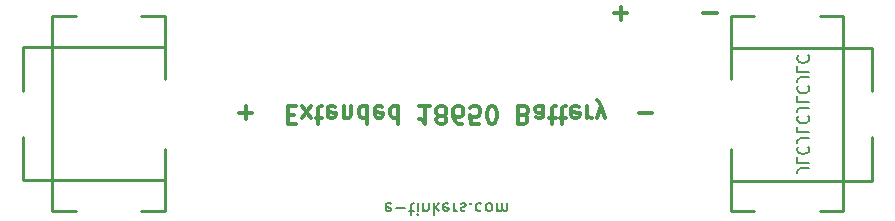
<source format=gbr>
%TF.GenerationSoftware,KiCad,Pcbnew,(6.0.11-0)*%
%TF.CreationDate,2024-11-14T16:08:27+08:00*%
%TF.ProjectId,Li-Po_charger,4c692d50-6f5f-4636-9861-726765722e6b,V1.0*%
%TF.SameCoordinates,Original*%
%TF.FileFunction,Legend,Bot*%
%TF.FilePolarity,Positive*%
%FSLAX46Y46*%
G04 Gerber Fmt 4.6, Leading zero omitted, Abs format (unit mm)*
G04 Created by KiCad (PCBNEW (6.0.11-0)) date 2024-11-14 16:08:27*
%MOMM*%
%LPD*%
G01*
G04 APERTURE LIST*
%ADD10C,0.150000*%
%ADD11C,0.300000*%
%ADD12C,0.250000*%
G04 APERTURE END LIST*
D10*
X112261904Y-80595238D02*
X112166666Y-80547619D01*
X111976190Y-80547619D01*
X111880952Y-80595238D01*
X111833333Y-80690476D01*
X111833333Y-81071428D01*
X111880952Y-81166666D01*
X111976190Y-81214285D01*
X112166666Y-81214285D01*
X112261904Y-81166666D01*
X112309523Y-81071428D01*
X112309523Y-80976190D01*
X111833333Y-80880952D01*
X112738095Y-80928571D02*
X113500000Y-80928571D01*
X113833333Y-81214285D02*
X114214285Y-81214285D01*
X113976190Y-81547619D02*
X113976190Y-80690476D01*
X114023809Y-80595238D01*
X114119047Y-80547619D01*
X114214285Y-80547619D01*
X114547619Y-80547619D02*
X114547619Y-81214285D01*
X114547619Y-81547619D02*
X114500000Y-81500000D01*
X114547619Y-81452380D01*
X114595238Y-81500000D01*
X114547619Y-81547619D01*
X114547619Y-81452380D01*
X115023809Y-81214285D02*
X115023809Y-80547619D01*
X115023809Y-81119047D02*
X115071428Y-81166666D01*
X115166666Y-81214285D01*
X115309523Y-81214285D01*
X115404761Y-81166666D01*
X115452380Y-81071428D01*
X115452380Y-80547619D01*
X115928571Y-80547619D02*
X115928571Y-81547619D01*
X116023809Y-80928571D02*
X116309523Y-80547619D01*
X116309523Y-81214285D02*
X115928571Y-80833333D01*
X117119047Y-80595238D02*
X117023809Y-80547619D01*
X116833333Y-80547619D01*
X116738095Y-80595238D01*
X116690476Y-80690476D01*
X116690476Y-81071428D01*
X116738095Y-81166666D01*
X116833333Y-81214285D01*
X117023809Y-81214285D01*
X117119047Y-81166666D01*
X117166666Y-81071428D01*
X117166666Y-80976190D01*
X116690476Y-80880952D01*
X117595238Y-80547619D02*
X117595238Y-81214285D01*
X117595238Y-81023809D02*
X117642857Y-81119047D01*
X117690476Y-81166666D01*
X117785714Y-81214285D01*
X117880952Y-81214285D01*
X118166666Y-80595238D02*
X118261904Y-80547619D01*
X118452380Y-80547619D01*
X118547619Y-80595238D01*
X118595238Y-80690476D01*
X118595238Y-80738095D01*
X118547619Y-80833333D01*
X118452380Y-80880952D01*
X118309523Y-80880952D01*
X118214285Y-80928571D01*
X118166666Y-81023809D01*
X118166666Y-81071428D01*
X118214285Y-81166666D01*
X118309523Y-81214285D01*
X118452380Y-81214285D01*
X118547619Y-81166666D01*
X119023809Y-80642857D02*
X119071428Y-80595238D01*
X119023809Y-80547619D01*
X118976190Y-80595238D01*
X119023809Y-80642857D01*
X119023809Y-80547619D01*
X119928571Y-80595238D02*
X119833333Y-80547619D01*
X119642857Y-80547619D01*
X119547619Y-80595238D01*
X119500000Y-80642857D01*
X119452380Y-80738095D01*
X119452380Y-81023809D01*
X119500000Y-81119047D01*
X119547619Y-81166666D01*
X119642857Y-81214285D01*
X119833333Y-81214285D01*
X119928571Y-81166666D01*
X120500000Y-80547619D02*
X120404761Y-80595238D01*
X120357142Y-80642857D01*
X120309523Y-80738095D01*
X120309523Y-81023809D01*
X120357142Y-81119047D01*
X120404761Y-81166666D01*
X120500000Y-81214285D01*
X120642857Y-81214285D01*
X120738095Y-81166666D01*
X120785714Y-81119047D01*
X120833333Y-81023809D01*
X120833333Y-80738095D01*
X120785714Y-80642857D01*
X120738095Y-80595238D01*
X120642857Y-80547619D01*
X120500000Y-80547619D01*
X121261904Y-80547619D02*
X121261904Y-81214285D01*
X121261904Y-81119047D02*
X121309523Y-81166666D01*
X121404761Y-81214285D01*
X121547619Y-81214285D01*
X121642857Y-81166666D01*
X121690476Y-81071428D01*
X121690476Y-80547619D01*
X121690476Y-81071428D02*
X121738095Y-81166666D01*
X121833333Y-81214285D01*
X121976190Y-81214285D01*
X122071428Y-81166666D01*
X122119047Y-81071428D01*
X122119047Y-80547619D01*
X147672619Y-77619047D02*
X146958333Y-77619047D01*
X146815476Y-77666666D01*
X146720238Y-77761904D01*
X146672619Y-77904761D01*
X146672619Y-78000000D01*
X146672619Y-76666666D02*
X146672619Y-77142857D01*
X147672619Y-77142857D01*
X146767857Y-75761904D02*
X146720238Y-75809523D01*
X146672619Y-75952380D01*
X146672619Y-76047619D01*
X146720238Y-76190476D01*
X146815476Y-76285714D01*
X146910714Y-76333333D01*
X147101190Y-76380952D01*
X147244047Y-76380952D01*
X147434523Y-76333333D01*
X147529761Y-76285714D01*
X147625000Y-76190476D01*
X147672619Y-76047619D01*
X147672619Y-75952380D01*
X147625000Y-75809523D01*
X147577380Y-75761904D01*
X147672619Y-75047619D02*
X146958333Y-75047619D01*
X146815476Y-75095238D01*
X146720238Y-75190476D01*
X146672619Y-75333333D01*
X146672619Y-75428571D01*
X146672619Y-74095238D02*
X146672619Y-74571428D01*
X147672619Y-74571428D01*
X146767857Y-73190476D02*
X146720238Y-73238095D01*
X146672619Y-73380952D01*
X146672619Y-73476190D01*
X146720238Y-73619047D01*
X146815476Y-73714285D01*
X146910714Y-73761904D01*
X147101190Y-73809523D01*
X147244047Y-73809523D01*
X147434523Y-73761904D01*
X147529761Y-73714285D01*
X147625000Y-73619047D01*
X147672619Y-73476190D01*
X147672619Y-73380952D01*
X147625000Y-73238095D01*
X147577380Y-73190476D01*
X147672619Y-72476190D02*
X146958333Y-72476190D01*
X146815476Y-72523809D01*
X146720238Y-72619047D01*
X146672619Y-72761904D01*
X146672619Y-72857142D01*
X146672619Y-71523809D02*
X146672619Y-72000000D01*
X147672619Y-72000000D01*
X146767857Y-70619047D02*
X146720238Y-70666666D01*
X146672619Y-70809523D01*
X146672619Y-70904761D01*
X146720238Y-71047619D01*
X146815476Y-71142857D01*
X146910714Y-71190476D01*
X147101190Y-71238095D01*
X147244047Y-71238095D01*
X147434523Y-71190476D01*
X147529761Y-71142857D01*
X147625000Y-71047619D01*
X147672619Y-70904761D01*
X147672619Y-70809523D01*
X147625000Y-70666666D01*
X147577380Y-70619047D01*
X147672619Y-69904761D02*
X146958333Y-69904761D01*
X146815476Y-69952380D01*
X146720238Y-70047619D01*
X146672619Y-70190476D01*
X146672619Y-70285714D01*
X146672619Y-68952380D02*
X146672619Y-69428571D01*
X147672619Y-69428571D01*
X146767857Y-68047619D02*
X146720238Y-68095238D01*
X146672619Y-68238095D01*
X146672619Y-68333333D01*
X146720238Y-68476190D01*
X146815476Y-68571428D01*
X146910714Y-68619047D01*
X147101190Y-68666666D01*
X147244047Y-68666666D01*
X147434523Y-68619047D01*
X147529761Y-68571428D01*
X147625000Y-68476190D01*
X147672619Y-68333333D01*
X147672619Y-68238095D01*
X147625000Y-68095238D01*
X147577380Y-68047619D01*
D11*
X131142857Y-64492857D02*
X132285714Y-64492857D01*
X131714285Y-63921428D02*
X131714285Y-65064285D01*
X138714285Y-64492857D02*
X139857142Y-64492857D01*
X99400000Y-72892857D02*
X100542857Y-72892857D01*
X99971428Y-72321428D02*
X99971428Y-73464285D01*
X103542857Y-73107142D02*
X104042857Y-73107142D01*
X104257142Y-72321428D02*
X103542857Y-72321428D01*
X103542857Y-73821428D01*
X104257142Y-73821428D01*
X104757142Y-72321428D02*
X105542857Y-73321428D01*
X104757142Y-73321428D02*
X105542857Y-72321428D01*
X105900000Y-73321428D02*
X106471428Y-73321428D01*
X106114285Y-73821428D02*
X106114285Y-72535714D01*
X106185714Y-72392857D01*
X106328571Y-72321428D01*
X106471428Y-72321428D01*
X107542857Y-72392857D02*
X107400000Y-72321428D01*
X107114285Y-72321428D01*
X106971428Y-72392857D01*
X106900000Y-72535714D01*
X106900000Y-73107142D01*
X106971428Y-73250000D01*
X107114285Y-73321428D01*
X107400000Y-73321428D01*
X107542857Y-73250000D01*
X107614285Y-73107142D01*
X107614285Y-72964285D01*
X106900000Y-72821428D01*
X108257142Y-73321428D02*
X108257142Y-72321428D01*
X108257142Y-73178571D02*
X108328571Y-73250000D01*
X108471428Y-73321428D01*
X108685714Y-73321428D01*
X108828571Y-73250000D01*
X108900000Y-73107142D01*
X108900000Y-72321428D01*
X110257142Y-72321428D02*
X110257142Y-73821428D01*
X110257142Y-72392857D02*
X110114285Y-72321428D01*
X109828571Y-72321428D01*
X109685714Y-72392857D01*
X109614285Y-72464285D01*
X109542857Y-72607142D01*
X109542857Y-73035714D01*
X109614285Y-73178571D01*
X109685714Y-73250000D01*
X109828571Y-73321428D01*
X110114285Y-73321428D01*
X110257142Y-73250000D01*
X111542857Y-72392857D02*
X111400000Y-72321428D01*
X111114285Y-72321428D01*
X110971428Y-72392857D01*
X110900000Y-72535714D01*
X110900000Y-73107142D01*
X110971428Y-73250000D01*
X111114285Y-73321428D01*
X111400000Y-73321428D01*
X111542857Y-73250000D01*
X111614285Y-73107142D01*
X111614285Y-72964285D01*
X110900000Y-72821428D01*
X112900000Y-72321428D02*
X112900000Y-73821428D01*
X112900000Y-72392857D02*
X112757142Y-72321428D01*
X112471428Y-72321428D01*
X112328571Y-72392857D01*
X112257142Y-72464285D01*
X112185714Y-72607142D01*
X112185714Y-73035714D01*
X112257142Y-73178571D01*
X112328571Y-73250000D01*
X112471428Y-73321428D01*
X112757142Y-73321428D01*
X112900000Y-73250000D01*
X115542857Y-72321428D02*
X114685714Y-72321428D01*
X115114285Y-72321428D02*
X115114285Y-73821428D01*
X114971428Y-73607142D01*
X114828571Y-73464285D01*
X114685714Y-73392857D01*
X116400000Y-73178571D02*
X116257142Y-73250000D01*
X116185714Y-73321428D01*
X116114285Y-73464285D01*
X116114285Y-73535714D01*
X116185714Y-73678571D01*
X116257142Y-73750000D01*
X116400000Y-73821428D01*
X116685714Y-73821428D01*
X116828571Y-73750000D01*
X116900000Y-73678571D01*
X116971428Y-73535714D01*
X116971428Y-73464285D01*
X116900000Y-73321428D01*
X116828571Y-73250000D01*
X116685714Y-73178571D01*
X116400000Y-73178571D01*
X116257142Y-73107142D01*
X116185714Y-73035714D01*
X116114285Y-72892857D01*
X116114285Y-72607142D01*
X116185714Y-72464285D01*
X116257142Y-72392857D01*
X116400000Y-72321428D01*
X116685714Y-72321428D01*
X116828571Y-72392857D01*
X116900000Y-72464285D01*
X116971428Y-72607142D01*
X116971428Y-72892857D01*
X116900000Y-73035714D01*
X116828571Y-73107142D01*
X116685714Y-73178571D01*
X118257142Y-73821428D02*
X117971428Y-73821428D01*
X117828571Y-73750000D01*
X117757142Y-73678571D01*
X117614285Y-73464285D01*
X117542857Y-73178571D01*
X117542857Y-72607142D01*
X117614285Y-72464285D01*
X117685714Y-72392857D01*
X117828571Y-72321428D01*
X118114285Y-72321428D01*
X118257142Y-72392857D01*
X118328571Y-72464285D01*
X118400000Y-72607142D01*
X118400000Y-72964285D01*
X118328571Y-73107142D01*
X118257142Y-73178571D01*
X118114285Y-73250000D01*
X117828571Y-73250000D01*
X117685714Y-73178571D01*
X117614285Y-73107142D01*
X117542857Y-72964285D01*
X119757142Y-73821428D02*
X119042857Y-73821428D01*
X118971428Y-73107142D01*
X119042857Y-73178571D01*
X119185714Y-73250000D01*
X119542857Y-73250000D01*
X119685714Y-73178571D01*
X119757142Y-73107142D01*
X119828571Y-72964285D01*
X119828571Y-72607142D01*
X119757142Y-72464285D01*
X119685714Y-72392857D01*
X119542857Y-72321428D01*
X119185714Y-72321428D01*
X119042857Y-72392857D01*
X118971428Y-72464285D01*
X120757142Y-73821428D02*
X120900000Y-73821428D01*
X121042857Y-73750000D01*
X121114285Y-73678571D01*
X121185714Y-73535714D01*
X121257142Y-73250000D01*
X121257142Y-72892857D01*
X121185714Y-72607142D01*
X121114285Y-72464285D01*
X121042857Y-72392857D01*
X120900000Y-72321428D01*
X120757142Y-72321428D01*
X120614285Y-72392857D01*
X120542857Y-72464285D01*
X120471428Y-72607142D01*
X120400000Y-72892857D01*
X120400000Y-73250000D01*
X120471428Y-73535714D01*
X120542857Y-73678571D01*
X120614285Y-73750000D01*
X120757142Y-73821428D01*
X123542857Y-73107142D02*
X123757142Y-73035714D01*
X123828571Y-72964285D01*
X123900000Y-72821428D01*
X123900000Y-72607142D01*
X123828571Y-72464285D01*
X123757142Y-72392857D01*
X123614285Y-72321428D01*
X123042857Y-72321428D01*
X123042857Y-73821428D01*
X123542857Y-73821428D01*
X123685714Y-73750000D01*
X123757142Y-73678571D01*
X123828571Y-73535714D01*
X123828571Y-73392857D01*
X123757142Y-73250000D01*
X123685714Y-73178571D01*
X123542857Y-73107142D01*
X123042857Y-73107142D01*
X125185714Y-72321428D02*
X125185714Y-73107142D01*
X125114285Y-73250000D01*
X124971428Y-73321428D01*
X124685714Y-73321428D01*
X124542857Y-73250000D01*
X125185714Y-72392857D02*
X125042857Y-72321428D01*
X124685714Y-72321428D01*
X124542857Y-72392857D01*
X124471428Y-72535714D01*
X124471428Y-72678571D01*
X124542857Y-72821428D01*
X124685714Y-72892857D01*
X125042857Y-72892857D01*
X125185714Y-72964285D01*
X125685714Y-73321428D02*
X126257142Y-73321428D01*
X125900000Y-73821428D02*
X125900000Y-72535714D01*
X125971428Y-72392857D01*
X126114285Y-72321428D01*
X126257142Y-72321428D01*
X126542857Y-73321428D02*
X127114285Y-73321428D01*
X126757142Y-73821428D02*
X126757142Y-72535714D01*
X126828571Y-72392857D01*
X126971428Y-72321428D01*
X127114285Y-72321428D01*
X128185714Y-72392857D02*
X128042857Y-72321428D01*
X127757142Y-72321428D01*
X127614285Y-72392857D01*
X127542857Y-72535714D01*
X127542857Y-73107142D01*
X127614285Y-73250000D01*
X127757142Y-73321428D01*
X128042857Y-73321428D01*
X128185714Y-73250000D01*
X128257142Y-73107142D01*
X128257142Y-72964285D01*
X127542857Y-72821428D01*
X128900000Y-72321428D02*
X128900000Y-73321428D01*
X128900000Y-73035714D02*
X128971428Y-73178571D01*
X129042857Y-73250000D01*
X129185714Y-73321428D01*
X129328571Y-73321428D01*
X129685714Y-73321428D02*
X130042857Y-72321428D01*
X130400000Y-73321428D02*
X130042857Y-72321428D01*
X129900000Y-71964285D01*
X129828571Y-71892857D01*
X129685714Y-71821428D01*
X133257142Y-72892857D02*
X134400000Y-72892857D01*
D12*
%TO.C,J2*%
X93100000Y-70020000D02*
X93100000Y-64750000D01*
X81100000Y-67330000D02*
X81100000Y-71040000D01*
X81100000Y-78620000D02*
X83570000Y-78620000D01*
X83570000Y-78620000D02*
X83570000Y-67220000D01*
X83570000Y-78620000D02*
X83570000Y-81250000D01*
X81100000Y-74960000D02*
X81100000Y-78620000D01*
X83570000Y-67330000D02*
X93100000Y-67330000D01*
X83570000Y-67330000D02*
X81100000Y-67330000D01*
X93100000Y-81250000D02*
X93100000Y-75980000D01*
X93100000Y-81250000D02*
X91100000Y-81250000D01*
X83570000Y-78620000D02*
X93100000Y-78620000D01*
X83570000Y-64750000D02*
X83570000Y-67330000D01*
X85570000Y-64750000D02*
X83570000Y-64750000D01*
X93100000Y-64750000D02*
X91100000Y-64750000D01*
X85570000Y-81250000D02*
X83570000Y-81250000D01*
%TO.C,J5*%
X150555000Y-67380000D02*
X150555000Y-64750000D01*
X153025000Y-71040000D02*
X153025000Y-67380000D01*
X150555000Y-67380000D02*
X150555000Y-78780000D01*
X148555000Y-64750000D02*
X150555000Y-64750000D01*
X141025000Y-64750000D02*
X141025000Y-70020000D01*
X153025000Y-78670000D02*
X153025000Y-74960000D01*
X150555000Y-81250000D02*
X150555000Y-78670000D01*
X150555000Y-78670000D02*
X141025000Y-78670000D01*
X153025000Y-67380000D02*
X150555000Y-67380000D01*
X141025000Y-81250000D02*
X143025000Y-81250000D01*
X141025000Y-64750000D02*
X143025000Y-64750000D01*
X150555000Y-78670000D02*
X153025000Y-78670000D01*
X141025000Y-75980000D02*
X141025000Y-81250000D01*
X150555000Y-67380000D02*
X141025000Y-67380000D01*
X148555000Y-81250000D02*
X150555000Y-81250000D01*
%TD*%
M02*

</source>
